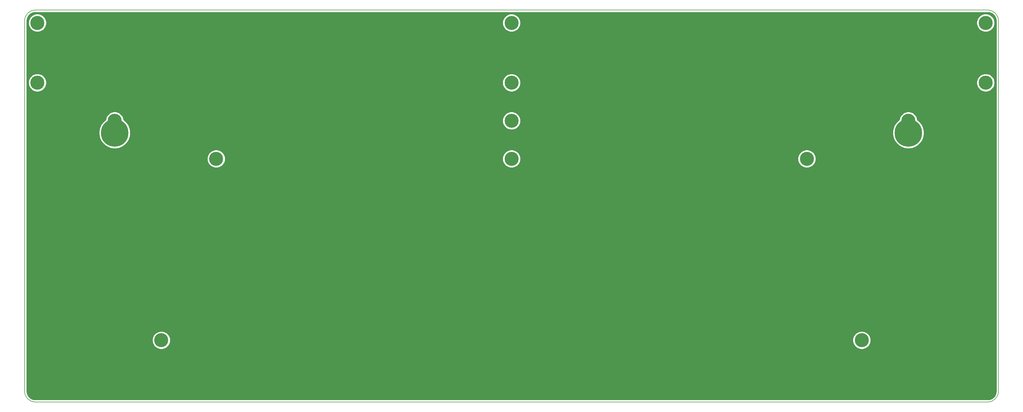
<source format=gbr>
G04 #@! TF.GenerationSoftware,KiCad,Pcbnew,5.1.10-88a1d61d58~90~ubuntu21.04.1*
G04 #@! TF.CreationDate,2021-10-21T10:44:10+02:00*
G04 #@! TF.ProjectId,discipline-bottom,64697363-6970-46c6-996e-652d626f7474,rev?*
G04 #@! TF.SameCoordinates,Original*
G04 #@! TF.FileFunction,Copper,L1,Top*
G04 #@! TF.FilePolarity,Positive*
%FSLAX46Y46*%
G04 Gerber Fmt 4.6, Leading zero omitted, Abs format (unit mm)*
G04 Created by KiCad (PCBNEW 5.1.10-88a1d61d58~90~ubuntu21.04.1) date 2021-10-21 10:44:10*
%MOMM*%
%LPD*%
G01*
G04 APERTURE LIST*
G04 #@! TA.AperFunction,Profile*
%ADD10C,0.150000*%
G04 #@! TD*
G04 #@! TA.AperFunction,ComponentPad*
%ADD11C,4.400000*%
G04 #@! TD*
G04 #@! TA.AperFunction,ComponentPad*
%ADD12C,8.600000*%
G04 #@! TD*
G04 #@! TA.AperFunction,Conductor*
%ADD13C,0.254000*%
G04 #@! TD*
G04 #@! TA.AperFunction,Conductor*
%ADD14C,0.150000*%
G04 #@! TD*
G04 APERTURE END LIST*
D10*
X362129784Y-175749849D02*
X63852975Y-175749849D01*
X365436843Y-56249439D02*
X365436843Y-172442790D01*
X63849975Y-52942380D02*
X362129784Y-52942380D01*
X60542916Y-172445789D02*
X60542916Y-56249439D01*
X362129784Y-52942380D02*
G75*
G02*
X365436843Y-56249439I0J-3307059D01*
G01*
X365436843Y-172442790D02*
G75*
G02*
X362129784Y-175749849I-3307059J0D01*
G01*
X63852975Y-175749848D02*
G75*
G02*
X60542916Y-172445789I-3000J3307059D01*
G01*
X60542916Y-56249439D02*
G75*
G02*
X63849975Y-52942380I3307059J0D01*
G01*
D11*
X212992504Y-87627160D03*
X337232504Y-87627160D03*
X88752504Y-87627160D03*
X212992504Y-75697160D03*
X212992504Y-56947160D03*
D12*
X337229903Y-91409552D03*
D11*
X212989879Y-162205740D03*
X212989879Y-99550624D03*
X305448502Y-99550624D03*
X120531257Y-99550624D03*
X322637337Y-156394590D03*
X103342422Y-156394590D03*
X361437255Y-75697160D03*
X361437255Y-56947160D03*
X64542504Y-56947160D03*
X64542504Y-75697160D03*
D12*
X88749856Y-91409552D03*
D13*
X362633557Y-53705179D02*
X363118151Y-53851488D01*
X363565092Y-54089129D01*
X363957361Y-54409057D01*
X364280023Y-54799090D01*
X364520777Y-55244355D01*
X364670463Y-55727910D01*
X364726843Y-56264336D01*
X364726844Y-172408051D01*
X364674044Y-172946563D01*
X364527735Y-173431157D01*
X364290095Y-173878095D01*
X363970165Y-174270368D01*
X363580136Y-174593028D01*
X363134870Y-174833783D01*
X362651311Y-174983469D01*
X362114887Y-175039849D01*
X63887388Y-175039849D01*
X63348507Y-174987505D01*
X62863784Y-174841637D01*
X62416628Y-174604401D01*
X62024067Y-174284828D01*
X61701053Y-173895092D01*
X61459893Y-173450041D01*
X61309768Y-172966620D01*
X61252916Y-172430382D01*
X61252916Y-156115367D01*
X100507422Y-156115367D01*
X100507422Y-156673813D01*
X100616370Y-157221529D01*
X100830078Y-157737466D01*
X101140334Y-158201797D01*
X101535215Y-158596678D01*
X101999546Y-158906934D01*
X102515483Y-159120642D01*
X103063199Y-159229590D01*
X103621645Y-159229590D01*
X104169361Y-159120642D01*
X104685298Y-158906934D01*
X105149629Y-158596678D01*
X105544510Y-158201797D01*
X105854766Y-157737466D01*
X106068474Y-157221529D01*
X106177422Y-156673813D01*
X106177422Y-156115367D01*
X319802337Y-156115367D01*
X319802337Y-156673813D01*
X319911285Y-157221529D01*
X320124993Y-157737466D01*
X320435249Y-158201797D01*
X320830130Y-158596678D01*
X321294461Y-158906934D01*
X321810398Y-159120642D01*
X322358114Y-159229590D01*
X322916560Y-159229590D01*
X323464276Y-159120642D01*
X323980213Y-158906934D01*
X324444544Y-158596678D01*
X324839425Y-158201797D01*
X325149681Y-157737466D01*
X325363389Y-157221529D01*
X325472337Y-156673813D01*
X325472337Y-156115367D01*
X325363389Y-155567651D01*
X325149681Y-155051714D01*
X324839425Y-154587383D01*
X324444544Y-154192502D01*
X323980213Y-153882246D01*
X323464276Y-153668538D01*
X322916560Y-153559590D01*
X322358114Y-153559590D01*
X321810398Y-153668538D01*
X321294461Y-153882246D01*
X320830130Y-154192502D01*
X320435249Y-154587383D01*
X320124993Y-155051714D01*
X319911285Y-155567651D01*
X319802337Y-156115367D01*
X106177422Y-156115367D01*
X106068474Y-155567651D01*
X105854766Y-155051714D01*
X105544510Y-154587383D01*
X105149629Y-154192502D01*
X104685298Y-153882246D01*
X104169361Y-153668538D01*
X103621645Y-153559590D01*
X103063199Y-153559590D01*
X102515483Y-153668538D01*
X101999546Y-153882246D01*
X101535215Y-154192502D01*
X101140334Y-154587383D01*
X100830078Y-155051714D01*
X100616370Y-155567651D01*
X100507422Y-156115367D01*
X61252916Y-156115367D01*
X61252916Y-99271401D01*
X117696257Y-99271401D01*
X117696257Y-99829847D01*
X117805205Y-100377563D01*
X118018913Y-100893500D01*
X118329169Y-101357831D01*
X118724050Y-101752712D01*
X119188381Y-102062968D01*
X119704318Y-102276676D01*
X120252034Y-102385624D01*
X120810480Y-102385624D01*
X121358196Y-102276676D01*
X121874133Y-102062968D01*
X122338464Y-101752712D01*
X122733345Y-101357831D01*
X123043601Y-100893500D01*
X123257309Y-100377563D01*
X123366257Y-99829847D01*
X123366257Y-99271401D01*
X210154879Y-99271401D01*
X210154879Y-99829847D01*
X210263827Y-100377563D01*
X210477535Y-100893500D01*
X210787791Y-101357831D01*
X211182672Y-101752712D01*
X211647003Y-102062968D01*
X212162940Y-102276676D01*
X212710656Y-102385624D01*
X213269102Y-102385624D01*
X213816818Y-102276676D01*
X214332755Y-102062968D01*
X214797086Y-101752712D01*
X215191967Y-101357831D01*
X215502223Y-100893500D01*
X215715931Y-100377563D01*
X215824879Y-99829847D01*
X215824879Y-99271401D01*
X302613502Y-99271401D01*
X302613502Y-99829847D01*
X302722450Y-100377563D01*
X302936158Y-100893500D01*
X303246414Y-101357831D01*
X303641295Y-101752712D01*
X304105626Y-102062968D01*
X304621563Y-102276676D01*
X305169279Y-102385624D01*
X305727725Y-102385624D01*
X306275441Y-102276676D01*
X306791378Y-102062968D01*
X307255709Y-101752712D01*
X307650590Y-101357831D01*
X307960846Y-100893500D01*
X308174554Y-100377563D01*
X308283502Y-99829847D01*
X308283502Y-99271401D01*
X308174554Y-98723685D01*
X307960846Y-98207748D01*
X307650590Y-97743417D01*
X307255709Y-97348536D01*
X306791378Y-97038280D01*
X306275441Y-96824572D01*
X305727725Y-96715624D01*
X305169279Y-96715624D01*
X304621563Y-96824572D01*
X304105626Y-97038280D01*
X303641295Y-97348536D01*
X303246414Y-97743417D01*
X302936158Y-98207748D01*
X302722450Y-98723685D01*
X302613502Y-99271401D01*
X215824879Y-99271401D01*
X215715931Y-98723685D01*
X215502223Y-98207748D01*
X215191967Y-97743417D01*
X214797086Y-97348536D01*
X214332755Y-97038280D01*
X213816818Y-96824572D01*
X213269102Y-96715624D01*
X212710656Y-96715624D01*
X212162940Y-96824572D01*
X211647003Y-97038280D01*
X211182672Y-97348536D01*
X210787791Y-97743417D01*
X210477535Y-98207748D01*
X210263827Y-98723685D01*
X210154879Y-99271401D01*
X123366257Y-99271401D01*
X123257309Y-98723685D01*
X123043601Y-98207748D01*
X122733345Y-97743417D01*
X122338464Y-97348536D01*
X121874133Y-97038280D01*
X121358196Y-96824572D01*
X120810480Y-96715624D01*
X120252034Y-96715624D01*
X119704318Y-96824572D01*
X119188381Y-97038280D01*
X118724050Y-97348536D01*
X118329169Y-97743417D01*
X118018913Y-98207748D01*
X117805205Y-98723685D01*
X117696257Y-99271401D01*
X61252916Y-99271401D01*
X61252916Y-90923497D01*
X83814856Y-90923497D01*
X83814856Y-91895607D01*
X84004506Y-92849038D01*
X84376516Y-93747151D01*
X84916591Y-94555431D01*
X85603977Y-95242817D01*
X86412257Y-95782892D01*
X87310370Y-96154902D01*
X88263801Y-96344552D01*
X89235911Y-96344552D01*
X90189342Y-96154902D01*
X91087455Y-95782892D01*
X91895735Y-95242817D01*
X92583121Y-94555431D01*
X93123196Y-93747151D01*
X93495206Y-92849038D01*
X93684856Y-91895607D01*
X93684856Y-90923497D01*
X332294903Y-90923497D01*
X332294903Y-91895607D01*
X332484553Y-92849038D01*
X332856563Y-93747151D01*
X333396638Y-94555431D01*
X334084024Y-95242817D01*
X334892304Y-95782892D01*
X335790417Y-96154902D01*
X336743848Y-96344552D01*
X337715958Y-96344552D01*
X338669389Y-96154902D01*
X339567502Y-95782892D01*
X340375782Y-95242817D01*
X341063168Y-94555431D01*
X341603243Y-93747151D01*
X341975253Y-92849038D01*
X342164903Y-91895607D01*
X342164903Y-90923497D01*
X341975253Y-89970066D01*
X341603243Y-89071953D01*
X341063168Y-88263673D01*
X340375782Y-87576287D01*
X340067504Y-87370302D01*
X340067504Y-87347937D01*
X339958556Y-86800221D01*
X339744848Y-86284284D01*
X339434592Y-85819953D01*
X339039711Y-85425072D01*
X338575380Y-85114816D01*
X338059443Y-84901108D01*
X337511727Y-84792160D01*
X336953281Y-84792160D01*
X336405565Y-84901108D01*
X335889628Y-85114816D01*
X335425297Y-85425072D01*
X335030416Y-85819953D01*
X334720160Y-86284284D01*
X334506452Y-86800221D01*
X334397504Y-87347937D01*
X334397504Y-87366827D01*
X334084024Y-87576287D01*
X333396638Y-88263673D01*
X332856563Y-89071953D01*
X332484553Y-89970066D01*
X332294903Y-90923497D01*
X93684856Y-90923497D01*
X93495206Y-89970066D01*
X93123196Y-89071953D01*
X92583121Y-88263673D01*
X91895735Y-87576287D01*
X91587504Y-87370334D01*
X91587504Y-87347937D01*
X210157504Y-87347937D01*
X210157504Y-87906383D01*
X210266452Y-88454099D01*
X210480160Y-88970036D01*
X210790416Y-89434367D01*
X211185297Y-89829248D01*
X211649628Y-90139504D01*
X212165565Y-90353212D01*
X212713281Y-90462160D01*
X213271727Y-90462160D01*
X213819443Y-90353212D01*
X214335380Y-90139504D01*
X214799711Y-89829248D01*
X215194592Y-89434367D01*
X215504848Y-88970036D01*
X215718556Y-88454099D01*
X215827504Y-87906383D01*
X215827504Y-87347937D01*
X215718556Y-86800221D01*
X215504848Y-86284284D01*
X215194592Y-85819953D01*
X214799711Y-85425072D01*
X214335380Y-85114816D01*
X213819443Y-84901108D01*
X213271727Y-84792160D01*
X212713281Y-84792160D01*
X212165565Y-84901108D01*
X211649628Y-85114816D01*
X211185297Y-85425072D01*
X210790416Y-85819953D01*
X210480160Y-86284284D01*
X210266452Y-86800221D01*
X210157504Y-87347937D01*
X91587504Y-87347937D01*
X91478556Y-86800221D01*
X91264848Y-86284284D01*
X90954592Y-85819953D01*
X90559711Y-85425072D01*
X90095380Y-85114816D01*
X89579443Y-84901108D01*
X89031727Y-84792160D01*
X88473281Y-84792160D01*
X87925565Y-84901108D01*
X87409628Y-85114816D01*
X86945297Y-85425072D01*
X86550416Y-85819953D01*
X86240160Y-86284284D01*
X86026452Y-86800221D01*
X85917504Y-87347937D01*
X85917504Y-87366795D01*
X85603977Y-87576287D01*
X84916591Y-88263673D01*
X84376516Y-89071953D01*
X84004506Y-89970066D01*
X83814856Y-90923497D01*
X61252916Y-90923497D01*
X61252916Y-75417937D01*
X61707504Y-75417937D01*
X61707504Y-75976383D01*
X61816452Y-76524099D01*
X62030160Y-77040036D01*
X62340416Y-77504367D01*
X62735297Y-77899248D01*
X63199628Y-78209504D01*
X63715565Y-78423212D01*
X64263281Y-78532160D01*
X64821727Y-78532160D01*
X65369443Y-78423212D01*
X65885380Y-78209504D01*
X66349711Y-77899248D01*
X66744592Y-77504367D01*
X67054848Y-77040036D01*
X67268556Y-76524099D01*
X67377504Y-75976383D01*
X67377504Y-75417937D01*
X210157504Y-75417937D01*
X210157504Y-75976383D01*
X210266452Y-76524099D01*
X210480160Y-77040036D01*
X210790416Y-77504367D01*
X211185297Y-77899248D01*
X211649628Y-78209504D01*
X212165565Y-78423212D01*
X212713281Y-78532160D01*
X213271727Y-78532160D01*
X213819443Y-78423212D01*
X214335380Y-78209504D01*
X214799711Y-77899248D01*
X215194592Y-77504367D01*
X215504848Y-77040036D01*
X215718556Y-76524099D01*
X215827504Y-75976383D01*
X215827504Y-75417937D01*
X358602255Y-75417937D01*
X358602255Y-75976383D01*
X358711203Y-76524099D01*
X358924911Y-77040036D01*
X359235167Y-77504367D01*
X359630048Y-77899248D01*
X360094379Y-78209504D01*
X360610316Y-78423212D01*
X361158032Y-78532160D01*
X361716478Y-78532160D01*
X362264194Y-78423212D01*
X362780131Y-78209504D01*
X363244462Y-77899248D01*
X363639343Y-77504367D01*
X363949599Y-77040036D01*
X364163307Y-76524099D01*
X364272255Y-75976383D01*
X364272255Y-75417937D01*
X364163307Y-74870221D01*
X363949599Y-74354284D01*
X363639343Y-73889953D01*
X363244462Y-73495072D01*
X362780131Y-73184816D01*
X362264194Y-72971108D01*
X361716478Y-72862160D01*
X361158032Y-72862160D01*
X360610316Y-72971108D01*
X360094379Y-73184816D01*
X359630048Y-73495072D01*
X359235167Y-73889953D01*
X358924911Y-74354284D01*
X358711203Y-74870221D01*
X358602255Y-75417937D01*
X215827504Y-75417937D01*
X215718556Y-74870221D01*
X215504848Y-74354284D01*
X215194592Y-73889953D01*
X214799711Y-73495072D01*
X214335380Y-73184816D01*
X213819443Y-72971108D01*
X213271727Y-72862160D01*
X212713281Y-72862160D01*
X212165565Y-72971108D01*
X211649628Y-73184816D01*
X211185297Y-73495072D01*
X210790416Y-73889953D01*
X210480160Y-74354284D01*
X210266452Y-74870221D01*
X210157504Y-75417937D01*
X67377504Y-75417937D01*
X67268556Y-74870221D01*
X67054848Y-74354284D01*
X66744592Y-73889953D01*
X66349711Y-73495072D01*
X65885380Y-73184816D01*
X65369443Y-72971108D01*
X64821727Y-72862160D01*
X64263281Y-72862160D01*
X63715565Y-72971108D01*
X63199628Y-73184816D01*
X62735297Y-73495072D01*
X62340416Y-73889953D01*
X62030160Y-74354284D01*
X61816452Y-74870221D01*
X61707504Y-75417937D01*
X61252916Y-75417937D01*
X61252916Y-56667937D01*
X61707504Y-56667937D01*
X61707504Y-57226383D01*
X61816452Y-57774099D01*
X62030160Y-58290036D01*
X62340416Y-58754367D01*
X62735297Y-59149248D01*
X63199628Y-59459504D01*
X63715565Y-59673212D01*
X64263281Y-59782160D01*
X64821727Y-59782160D01*
X65369443Y-59673212D01*
X65885380Y-59459504D01*
X66349711Y-59149248D01*
X66744592Y-58754367D01*
X67054848Y-58290036D01*
X67268556Y-57774099D01*
X67377504Y-57226383D01*
X67377504Y-56667937D01*
X210157504Y-56667937D01*
X210157504Y-57226383D01*
X210266452Y-57774099D01*
X210480160Y-58290036D01*
X210790416Y-58754367D01*
X211185297Y-59149248D01*
X211649628Y-59459504D01*
X212165565Y-59673212D01*
X212713281Y-59782160D01*
X213271727Y-59782160D01*
X213819443Y-59673212D01*
X214335380Y-59459504D01*
X214799711Y-59149248D01*
X215194592Y-58754367D01*
X215504848Y-58290036D01*
X215718556Y-57774099D01*
X215827504Y-57226383D01*
X215827504Y-56667937D01*
X358602255Y-56667937D01*
X358602255Y-57226383D01*
X358711203Y-57774099D01*
X358924911Y-58290036D01*
X359235167Y-58754367D01*
X359630048Y-59149248D01*
X360094379Y-59459504D01*
X360610316Y-59673212D01*
X361158032Y-59782160D01*
X361716478Y-59782160D01*
X362264194Y-59673212D01*
X362780131Y-59459504D01*
X363244462Y-59149248D01*
X363639343Y-58754367D01*
X363949599Y-58290036D01*
X364163307Y-57774099D01*
X364272255Y-57226383D01*
X364272255Y-56667937D01*
X364163307Y-56120221D01*
X363949599Y-55604284D01*
X363639343Y-55139953D01*
X363244462Y-54745072D01*
X362780131Y-54434816D01*
X362264194Y-54221108D01*
X361716478Y-54112160D01*
X361158032Y-54112160D01*
X360610316Y-54221108D01*
X360094379Y-54434816D01*
X359630048Y-54745072D01*
X359235167Y-55139953D01*
X358924911Y-55604284D01*
X358711203Y-56120221D01*
X358602255Y-56667937D01*
X215827504Y-56667937D01*
X215718556Y-56120221D01*
X215504848Y-55604284D01*
X215194592Y-55139953D01*
X214799711Y-54745072D01*
X214335380Y-54434816D01*
X213819443Y-54221108D01*
X213271727Y-54112160D01*
X212713281Y-54112160D01*
X212165565Y-54221108D01*
X211649628Y-54434816D01*
X211185297Y-54745072D01*
X210790416Y-55139953D01*
X210480160Y-55604284D01*
X210266452Y-56120221D01*
X210157504Y-56667937D01*
X67377504Y-56667937D01*
X67268556Y-56120221D01*
X67054848Y-55604284D01*
X66744592Y-55139953D01*
X66349711Y-54745072D01*
X65885380Y-54434816D01*
X65369443Y-54221108D01*
X64821727Y-54112160D01*
X64263281Y-54112160D01*
X63715565Y-54221108D01*
X63199628Y-54434816D01*
X62735297Y-54745072D01*
X62340416Y-55139953D01*
X62030160Y-55604284D01*
X61816452Y-56120221D01*
X61707504Y-56667937D01*
X61252916Y-56667937D01*
X61252916Y-56284158D01*
X61305715Y-55745666D01*
X61452024Y-55261072D01*
X61689665Y-54814131D01*
X62009593Y-54421862D01*
X62399626Y-54099200D01*
X62844891Y-53858446D01*
X63328446Y-53708760D01*
X63864872Y-53652380D01*
X362095065Y-53652380D01*
X362633557Y-53705179D01*
G04 #@! TA.AperFunction,Conductor*
D14*
G36*
X362633557Y-53705179D02*
G01*
X363118151Y-53851488D01*
X363565092Y-54089129D01*
X363957361Y-54409057D01*
X364280023Y-54799090D01*
X364520777Y-55244355D01*
X364670463Y-55727910D01*
X364726843Y-56264336D01*
X364726844Y-172408051D01*
X364674044Y-172946563D01*
X364527735Y-173431157D01*
X364290095Y-173878095D01*
X363970165Y-174270368D01*
X363580136Y-174593028D01*
X363134870Y-174833783D01*
X362651311Y-174983469D01*
X362114887Y-175039849D01*
X63887388Y-175039849D01*
X63348507Y-174987505D01*
X62863784Y-174841637D01*
X62416628Y-174604401D01*
X62024067Y-174284828D01*
X61701053Y-173895092D01*
X61459893Y-173450041D01*
X61309768Y-172966620D01*
X61252916Y-172430382D01*
X61252916Y-156115367D01*
X100507422Y-156115367D01*
X100507422Y-156673813D01*
X100616370Y-157221529D01*
X100830078Y-157737466D01*
X101140334Y-158201797D01*
X101535215Y-158596678D01*
X101999546Y-158906934D01*
X102515483Y-159120642D01*
X103063199Y-159229590D01*
X103621645Y-159229590D01*
X104169361Y-159120642D01*
X104685298Y-158906934D01*
X105149629Y-158596678D01*
X105544510Y-158201797D01*
X105854766Y-157737466D01*
X106068474Y-157221529D01*
X106177422Y-156673813D01*
X106177422Y-156115367D01*
X319802337Y-156115367D01*
X319802337Y-156673813D01*
X319911285Y-157221529D01*
X320124993Y-157737466D01*
X320435249Y-158201797D01*
X320830130Y-158596678D01*
X321294461Y-158906934D01*
X321810398Y-159120642D01*
X322358114Y-159229590D01*
X322916560Y-159229590D01*
X323464276Y-159120642D01*
X323980213Y-158906934D01*
X324444544Y-158596678D01*
X324839425Y-158201797D01*
X325149681Y-157737466D01*
X325363389Y-157221529D01*
X325472337Y-156673813D01*
X325472337Y-156115367D01*
X325363389Y-155567651D01*
X325149681Y-155051714D01*
X324839425Y-154587383D01*
X324444544Y-154192502D01*
X323980213Y-153882246D01*
X323464276Y-153668538D01*
X322916560Y-153559590D01*
X322358114Y-153559590D01*
X321810398Y-153668538D01*
X321294461Y-153882246D01*
X320830130Y-154192502D01*
X320435249Y-154587383D01*
X320124993Y-155051714D01*
X319911285Y-155567651D01*
X319802337Y-156115367D01*
X106177422Y-156115367D01*
X106068474Y-155567651D01*
X105854766Y-155051714D01*
X105544510Y-154587383D01*
X105149629Y-154192502D01*
X104685298Y-153882246D01*
X104169361Y-153668538D01*
X103621645Y-153559590D01*
X103063199Y-153559590D01*
X102515483Y-153668538D01*
X101999546Y-153882246D01*
X101535215Y-154192502D01*
X101140334Y-154587383D01*
X100830078Y-155051714D01*
X100616370Y-155567651D01*
X100507422Y-156115367D01*
X61252916Y-156115367D01*
X61252916Y-99271401D01*
X117696257Y-99271401D01*
X117696257Y-99829847D01*
X117805205Y-100377563D01*
X118018913Y-100893500D01*
X118329169Y-101357831D01*
X118724050Y-101752712D01*
X119188381Y-102062968D01*
X119704318Y-102276676D01*
X120252034Y-102385624D01*
X120810480Y-102385624D01*
X121358196Y-102276676D01*
X121874133Y-102062968D01*
X122338464Y-101752712D01*
X122733345Y-101357831D01*
X123043601Y-100893500D01*
X123257309Y-100377563D01*
X123366257Y-99829847D01*
X123366257Y-99271401D01*
X210154879Y-99271401D01*
X210154879Y-99829847D01*
X210263827Y-100377563D01*
X210477535Y-100893500D01*
X210787791Y-101357831D01*
X211182672Y-101752712D01*
X211647003Y-102062968D01*
X212162940Y-102276676D01*
X212710656Y-102385624D01*
X213269102Y-102385624D01*
X213816818Y-102276676D01*
X214332755Y-102062968D01*
X214797086Y-101752712D01*
X215191967Y-101357831D01*
X215502223Y-100893500D01*
X215715931Y-100377563D01*
X215824879Y-99829847D01*
X215824879Y-99271401D01*
X302613502Y-99271401D01*
X302613502Y-99829847D01*
X302722450Y-100377563D01*
X302936158Y-100893500D01*
X303246414Y-101357831D01*
X303641295Y-101752712D01*
X304105626Y-102062968D01*
X304621563Y-102276676D01*
X305169279Y-102385624D01*
X305727725Y-102385624D01*
X306275441Y-102276676D01*
X306791378Y-102062968D01*
X307255709Y-101752712D01*
X307650590Y-101357831D01*
X307960846Y-100893500D01*
X308174554Y-100377563D01*
X308283502Y-99829847D01*
X308283502Y-99271401D01*
X308174554Y-98723685D01*
X307960846Y-98207748D01*
X307650590Y-97743417D01*
X307255709Y-97348536D01*
X306791378Y-97038280D01*
X306275441Y-96824572D01*
X305727725Y-96715624D01*
X305169279Y-96715624D01*
X304621563Y-96824572D01*
X304105626Y-97038280D01*
X303641295Y-97348536D01*
X303246414Y-97743417D01*
X302936158Y-98207748D01*
X302722450Y-98723685D01*
X302613502Y-99271401D01*
X215824879Y-99271401D01*
X215715931Y-98723685D01*
X215502223Y-98207748D01*
X215191967Y-97743417D01*
X214797086Y-97348536D01*
X214332755Y-97038280D01*
X213816818Y-96824572D01*
X213269102Y-96715624D01*
X212710656Y-96715624D01*
X212162940Y-96824572D01*
X211647003Y-97038280D01*
X211182672Y-97348536D01*
X210787791Y-97743417D01*
X210477535Y-98207748D01*
X210263827Y-98723685D01*
X210154879Y-99271401D01*
X123366257Y-99271401D01*
X123257309Y-98723685D01*
X123043601Y-98207748D01*
X122733345Y-97743417D01*
X122338464Y-97348536D01*
X121874133Y-97038280D01*
X121358196Y-96824572D01*
X120810480Y-96715624D01*
X120252034Y-96715624D01*
X119704318Y-96824572D01*
X119188381Y-97038280D01*
X118724050Y-97348536D01*
X118329169Y-97743417D01*
X118018913Y-98207748D01*
X117805205Y-98723685D01*
X117696257Y-99271401D01*
X61252916Y-99271401D01*
X61252916Y-90923497D01*
X83814856Y-90923497D01*
X83814856Y-91895607D01*
X84004506Y-92849038D01*
X84376516Y-93747151D01*
X84916591Y-94555431D01*
X85603977Y-95242817D01*
X86412257Y-95782892D01*
X87310370Y-96154902D01*
X88263801Y-96344552D01*
X89235911Y-96344552D01*
X90189342Y-96154902D01*
X91087455Y-95782892D01*
X91895735Y-95242817D01*
X92583121Y-94555431D01*
X93123196Y-93747151D01*
X93495206Y-92849038D01*
X93684856Y-91895607D01*
X93684856Y-90923497D01*
X332294903Y-90923497D01*
X332294903Y-91895607D01*
X332484553Y-92849038D01*
X332856563Y-93747151D01*
X333396638Y-94555431D01*
X334084024Y-95242817D01*
X334892304Y-95782892D01*
X335790417Y-96154902D01*
X336743848Y-96344552D01*
X337715958Y-96344552D01*
X338669389Y-96154902D01*
X339567502Y-95782892D01*
X340375782Y-95242817D01*
X341063168Y-94555431D01*
X341603243Y-93747151D01*
X341975253Y-92849038D01*
X342164903Y-91895607D01*
X342164903Y-90923497D01*
X341975253Y-89970066D01*
X341603243Y-89071953D01*
X341063168Y-88263673D01*
X340375782Y-87576287D01*
X340067504Y-87370302D01*
X340067504Y-87347937D01*
X339958556Y-86800221D01*
X339744848Y-86284284D01*
X339434592Y-85819953D01*
X339039711Y-85425072D01*
X338575380Y-85114816D01*
X338059443Y-84901108D01*
X337511727Y-84792160D01*
X336953281Y-84792160D01*
X336405565Y-84901108D01*
X335889628Y-85114816D01*
X335425297Y-85425072D01*
X335030416Y-85819953D01*
X334720160Y-86284284D01*
X334506452Y-86800221D01*
X334397504Y-87347937D01*
X334397504Y-87366827D01*
X334084024Y-87576287D01*
X333396638Y-88263673D01*
X332856563Y-89071953D01*
X332484553Y-89970066D01*
X332294903Y-90923497D01*
X93684856Y-90923497D01*
X93495206Y-89970066D01*
X93123196Y-89071953D01*
X92583121Y-88263673D01*
X91895735Y-87576287D01*
X91587504Y-87370334D01*
X91587504Y-87347937D01*
X210157504Y-87347937D01*
X210157504Y-87906383D01*
X210266452Y-88454099D01*
X210480160Y-88970036D01*
X210790416Y-89434367D01*
X211185297Y-89829248D01*
X211649628Y-90139504D01*
X212165565Y-90353212D01*
X212713281Y-90462160D01*
X213271727Y-90462160D01*
X213819443Y-90353212D01*
X214335380Y-90139504D01*
X214799711Y-89829248D01*
X215194592Y-89434367D01*
X215504848Y-88970036D01*
X215718556Y-88454099D01*
X215827504Y-87906383D01*
X215827504Y-87347937D01*
X215718556Y-86800221D01*
X215504848Y-86284284D01*
X215194592Y-85819953D01*
X214799711Y-85425072D01*
X214335380Y-85114816D01*
X213819443Y-84901108D01*
X213271727Y-84792160D01*
X212713281Y-84792160D01*
X212165565Y-84901108D01*
X211649628Y-85114816D01*
X211185297Y-85425072D01*
X210790416Y-85819953D01*
X210480160Y-86284284D01*
X210266452Y-86800221D01*
X210157504Y-87347937D01*
X91587504Y-87347937D01*
X91478556Y-86800221D01*
X91264848Y-86284284D01*
X90954592Y-85819953D01*
X90559711Y-85425072D01*
X90095380Y-85114816D01*
X89579443Y-84901108D01*
X89031727Y-84792160D01*
X88473281Y-84792160D01*
X87925565Y-84901108D01*
X87409628Y-85114816D01*
X86945297Y-85425072D01*
X86550416Y-85819953D01*
X86240160Y-86284284D01*
X86026452Y-86800221D01*
X85917504Y-87347937D01*
X85917504Y-87366795D01*
X85603977Y-87576287D01*
X84916591Y-88263673D01*
X84376516Y-89071953D01*
X84004506Y-89970066D01*
X83814856Y-90923497D01*
X61252916Y-90923497D01*
X61252916Y-75417937D01*
X61707504Y-75417937D01*
X61707504Y-75976383D01*
X61816452Y-76524099D01*
X62030160Y-77040036D01*
X62340416Y-77504367D01*
X62735297Y-77899248D01*
X63199628Y-78209504D01*
X63715565Y-78423212D01*
X64263281Y-78532160D01*
X64821727Y-78532160D01*
X65369443Y-78423212D01*
X65885380Y-78209504D01*
X66349711Y-77899248D01*
X66744592Y-77504367D01*
X67054848Y-77040036D01*
X67268556Y-76524099D01*
X67377504Y-75976383D01*
X67377504Y-75417937D01*
X210157504Y-75417937D01*
X210157504Y-75976383D01*
X210266452Y-76524099D01*
X210480160Y-77040036D01*
X210790416Y-77504367D01*
X211185297Y-77899248D01*
X211649628Y-78209504D01*
X212165565Y-78423212D01*
X212713281Y-78532160D01*
X213271727Y-78532160D01*
X213819443Y-78423212D01*
X214335380Y-78209504D01*
X214799711Y-77899248D01*
X215194592Y-77504367D01*
X215504848Y-77040036D01*
X215718556Y-76524099D01*
X215827504Y-75976383D01*
X215827504Y-75417937D01*
X358602255Y-75417937D01*
X358602255Y-75976383D01*
X358711203Y-76524099D01*
X358924911Y-77040036D01*
X359235167Y-77504367D01*
X359630048Y-77899248D01*
X360094379Y-78209504D01*
X360610316Y-78423212D01*
X361158032Y-78532160D01*
X361716478Y-78532160D01*
X362264194Y-78423212D01*
X362780131Y-78209504D01*
X363244462Y-77899248D01*
X363639343Y-77504367D01*
X363949599Y-77040036D01*
X364163307Y-76524099D01*
X364272255Y-75976383D01*
X364272255Y-75417937D01*
X364163307Y-74870221D01*
X363949599Y-74354284D01*
X363639343Y-73889953D01*
X363244462Y-73495072D01*
X362780131Y-73184816D01*
X362264194Y-72971108D01*
X361716478Y-72862160D01*
X361158032Y-72862160D01*
X360610316Y-72971108D01*
X360094379Y-73184816D01*
X359630048Y-73495072D01*
X359235167Y-73889953D01*
X358924911Y-74354284D01*
X358711203Y-74870221D01*
X358602255Y-75417937D01*
X215827504Y-75417937D01*
X215718556Y-74870221D01*
X215504848Y-74354284D01*
X215194592Y-73889953D01*
X214799711Y-73495072D01*
X214335380Y-73184816D01*
X213819443Y-72971108D01*
X213271727Y-72862160D01*
X212713281Y-72862160D01*
X212165565Y-72971108D01*
X211649628Y-73184816D01*
X211185297Y-73495072D01*
X210790416Y-73889953D01*
X210480160Y-74354284D01*
X210266452Y-74870221D01*
X210157504Y-75417937D01*
X67377504Y-75417937D01*
X67268556Y-74870221D01*
X67054848Y-74354284D01*
X66744592Y-73889953D01*
X66349711Y-73495072D01*
X65885380Y-73184816D01*
X65369443Y-72971108D01*
X64821727Y-72862160D01*
X64263281Y-72862160D01*
X63715565Y-72971108D01*
X63199628Y-73184816D01*
X62735297Y-73495072D01*
X62340416Y-73889953D01*
X62030160Y-74354284D01*
X61816452Y-74870221D01*
X61707504Y-75417937D01*
X61252916Y-75417937D01*
X61252916Y-56667937D01*
X61707504Y-56667937D01*
X61707504Y-57226383D01*
X61816452Y-57774099D01*
X62030160Y-58290036D01*
X62340416Y-58754367D01*
X62735297Y-59149248D01*
X63199628Y-59459504D01*
X63715565Y-59673212D01*
X64263281Y-59782160D01*
X64821727Y-59782160D01*
X65369443Y-59673212D01*
X65885380Y-59459504D01*
X66349711Y-59149248D01*
X66744592Y-58754367D01*
X67054848Y-58290036D01*
X67268556Y-57774099D01*
X67377504Y-57226383D01*
X67377504Y-56667937D01*
X210157504Y-56667937D01*
X210157504Y-57226383D01*
X210266452Y-57774099D01*
X210480160Y-58290036D01*
X210790416Y-58754367D01*
X211185297Y-59149248D01*
X211649628Y-59459504D01*
X212165565Y-59673212D01*
X212713281Y-59782160D01*
X213271727Y-59782160D01*
X213819443Y-59673212D01*
X214335380Y-59459504D01*
X214799711Y-59149248D01*
X215194592Y-58754367D01*
X215504848Y-58290036D01*
X215718556Y-57774099D01*
X215827504Y-57226383D01*
X215827504Y-56667937D01*
X358602255Y-56667937D01*
X358602255Y-57226383D01*
X358711203Y-57774099D01*
X358924911Y-58290036D01*
X359235167Y-58754367D01*
X359630048Y-59149248D01*
X360094379Y-59459504D01*
X360610316Y-59673212D01*
X361158032Y-59782160D01*
X361716478Y-59782160D01*
X362264194Y-59673212D01*
X362780131Y-59459504D01*
X363244462Y-59149248D01*
X363639343Y-58754367D01*
X363949599Y-58290036D01*
X364163307Y-57774099D01*
X364272255Y-57226383D01*
X364272255Y-56667937D01*
X364163307Y-56120221D01*
X363949599Y-55604284D01*
X363639343Y-55139953D01*
X363244462Y-54745072D01*
X362780131Y-54434816D01*
X362264194Y-54221108D01*
X361716478Y-54112160D01*
X361158032Y-54112160D01*
X360610316Y-54221108D01*
X360094379Y-54434816D01*
X359630048Y-54745072D01*
X359235167Y-55139953D01*
X358924911Y-55604284D01*
X358711203Y-56120221D01*
X358602255Y-56667937D01*
X215827504Y-56667937D01*
X215718556Y-56120221D01*
X215504848Y-55604284D01*
X215194592Y-55139953D01*
X214799711Y-54745072D01*
X214335380Y-54434816D01*
X213819443Y-54221108D01*
X213271727Y-54112160D01*
X212713281Y-54112160D01*
X212165565Y-54221108D01*
X211649628Y-54434816D01*
X211185297Y-54745072D01*
X210790416Y-55139953D01*
X210480160Y-55604284D01*
X210266452Y-56120221D01*
X210157504Y-56667937D01*
X67377504Y-56667937D01*
X67268556Y-56120221D01*
X67054848Y-55604284D01*
X66744592Y-55139953D01*
X66349711Y-54745072D01*
X65885380Y-54434816D01*
X65369443Y-54221108D01*
X64821727Y-54112160D01*
X64263281Y-54112160D01*
X63715565Y-54221108D01*
X63199628Y-54434816D01*
X62735297Y-54745072D01*
X62340416Y-55139953D01*
X62030160Y-55604284D01*
X61816452Y-56120221D01*
X61707504Y-56667937D01*
X61252916Y-56667937D01*
X61252916Y-56284158D01*
X61305715Y-55745666D01*
X61452024Y-55261072D01*
X61689665Y-54814131D01*
X62009593Y-54421862D01*
X62399626Y-54099200D01*
X62844891Y-53858446D01*
X63328446Y-53708760D01*
X63864872Y-53652380D01*
X362095065Y-53652380D01*
X362633557Y-53705179D01*
G37*
G04 #@! TD.AperFunction*
M02*

</source>
